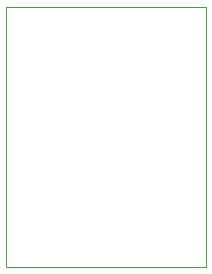
<source format=gbr>
%TF.GenerationSoftware,KiCad,Pcbnew,(6.0.7-1)-1*%
%TF.CreationDate,2022-10-12T15:16:06-04:00*%
%TF.ProjectId,Connection boardV1.0,436f6e6e-6563-4746-996f-6e20626f6172,rev?*%
%TF.SameCoordinates,Original*%
%TF.FileFunction,Profile,NP*%
%FSLAX46Y46*%
G04 Gerber Fmt 4.6, Leading zero omitted, Abs format (unit mm)*
G04 Created by KiCad (PCBNEW (6.0.7-1)-1) date 2022-10-12 15:16:06*
%MOMM*%
%LPD*%
G01*
G04 APERTURE LIST*
%TA.AperFunction,Profile*%
%ADD10C,0.100000*%
%TD*%
G04 APERTURE END LIST*
D10*
X100000000Y-122000000D02*
X100000000Y-100000000D01*
X117000000Y-100000000D02*
X100000000Y-100000000D01*
X117000000Y-122000000D02*
X100000000Y-122000000D01*
X117000000Y-100000000D02*
X117000000Y-122000000D01*
M02*

</source>
